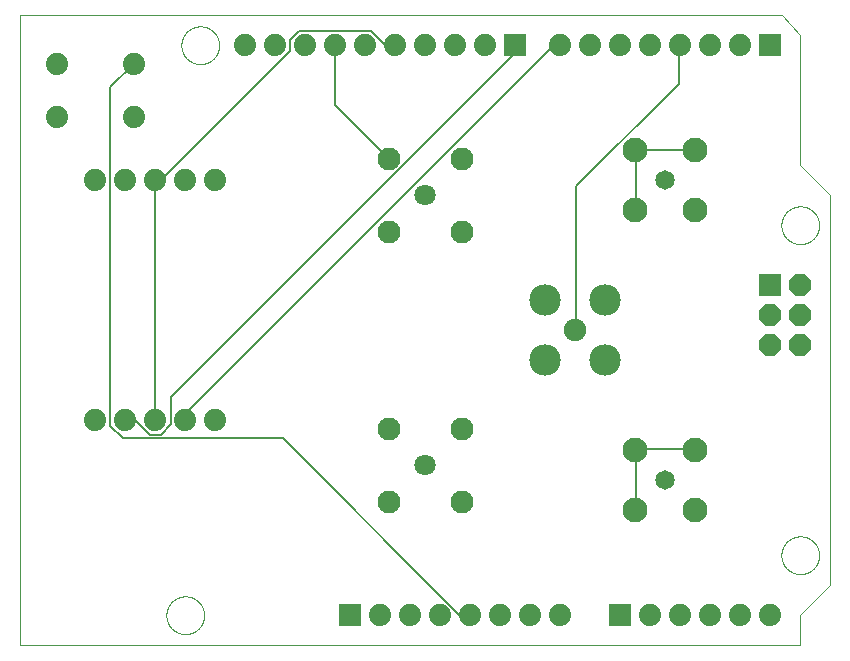
<source format=gbl>
G75*
%MOIN*%
%OFA0B0*%
%FSLAX25Y25*%
%IPPOS*%
%LPD*%
%AMOC8*
5,1,8,0,0,1.08239X$1,22.5*
%
%ADD10C,0.00000*%
%ADD11R,0.07400X0.07400*%
%ADD12C,0.07400*%
%ADD13R,0.07200X0.07200*%
%ADD14OC8,0.07200*%
%ADD15C,0.07087*%
%ADD16C,0.07677*%
%ADD17C,0.06496*%
%ADD18C,0.08268*%
%ADD19C,0.07500*%
%ADD20C,0.10500*%
%ADD21C,0.00600*%
D10*
X0001000Y0001000D02*
X0001000Y0211000D01*
X0255000Y0211000D01*
X0261000Y0204500D01*
X0261000Y0161000D01*
X0271000Y0151000D01*
X0271000Y0021000D01*
X0261000Y0011000D01*
X0261000Y0001000D01*
X0001000Y0001000D01*
X0049701Y0011000D02*
X0049703Y0011158D01*
X0049709Y0011316D01*
X0049719Y0011474D01*
X0049733Y0011632D01*
X0049751Y0011789D01*
X0049772Y0011946D01*
X0049798Y0012102D01*
X0049828Y0012258D01*
X0049861Y0012413D01*
X0049899Y0012566D01*
X0049940Y0012719D01*
X0049985Y0012871D01*
X0050034Y0013022D01*
X0050087Y0013171D01*
X0050143Y0013319D01*
X0050203Y0013465D01*
X0050267Y0013610D01*
X0050335Y0013753D01*
X0050406Y0013895D01*
X0050480Y0014035D01*
X0050558Y0014172D01*
X0050640Y0014308D01*
X0050724Y0014442D01*
X0050813Y0014573D01*
X0050904Y0014702D01*
X0050999Y0014829D01*
X0051096Y0014954D01*
X0051197Y0015076D01*
X0051301Y0015195D01*
X0051408Y0015312D01*
X0051518Y0015426D01*
X0051631Y0015537D01*
X0051746Y0015646D01*
X0051864Y0015751D01*
X0051985Y0015853D01*
X0052108Y0015953D01*
X0052234Y0016049D01*
X0052362Y0016142D01*
X0052492Y0016232D01*
X0052625Y0016318D01*
X0052760Y0016402D01*
X0052896Y0016481D01*
X0053035Y0016558D01*
X0053176Y0016630D01*
X0053318Y0016700D01*
X0053462Y0016765D01*
X0053608Y0016827D01*
X0053755Y0016885D01*
X0053904Y0016940D01*
X0054054Y0016991D01*
X0054205Y0017038D01*
X0054357Y0017081D01*
X0054510Y0017120D01*
X0054665Y0017156D01*
X0054820Y0017187D01*
X0054976Y0017215D01*
X0055132Y0017239D01*
X0055289Y0017259D01*
X0055447Y0017275D01*
X0055604Y0017287D01*
X0055763Y0017295D01*
X0055921Y0017299D01*
X0056079Y0017299D01*
X0056237Y0017295D01*
X0056396Y0017287D01*
X0056553Y0017275D01*
X0056711Y0017259D01*
X0056868Y0017239D01*
X0057024Y0017215D01*
X0057180Y0017187D01*
X0057335Y0017156D01*
X0057490Y0017120D01*
X0057643Y0017081D01*
X0057795Y0017038D01*
X0057946Y0016991D01*
X0058096Y0016940D01*
X0058245Y0016885D01*
X0058392Y0016827D01*
X0058538Y0016765D01*
X0058682Y0016700D01*
X0058824Y0016630D01*
X0058965Y0016558D01*
X0059104Y0016481D01*
X0059240Y0016402D01*
X0059375Y0016318D01*
X0059508Y0016232D01*
X0059638Y0016142D01*
X0059766Y0016049D01*
X0059892Y0015953D01*
X0060015Y0015853D01*
X0060136Y0015751D01*
X0060254Y0015646D01*
X0060369Y0015537D01*
X0060482Y0015426D01*
X0060592Y0015312D01*
X0060699Y0015195D01*
X0060803Y0015076D01*
X0060904Y0014954D01*
X0061001Y0014829D01*
X0061096Y0014702D01*
X0061187Y0014573D01*
X0061276Y0014442D01*
X0061360Y0014308D01*
X0061442Y0014172D01*
X0061520Y0014035D01*
X0061594Y0013895D01*
X0061665Y0013753D01*
X0061733Y0013610D01*
X0061797Y0013465D01*
X0061857Y0013319D01*
X0061913Y0013171D01*
X0061966Y0013022D01*
X0062015Y0012871D01*
X0062060Y0012719D01*
X0062101Y0012566D01*
X0062139Y0012413D01*
X0062172Y0012258D01*
X0062202Y0012102D01*
X0062228Y0011946D01*
X0062249Y0011789D01*
X0062267Y0011632D01*
X0062281Y0011474D01*
X0062291Y0011316D01*
X0062297Y0011158D01*
X0062299Y0011000D01*
X0062297Y0010842D01*
X0062291Y0010684D01*
X0062281Y0010526D01*
X0062267Y0010368D01*
X0062249Y0010211D01*
X0062228Y0010054D01*
X0062202Y0009898D01*
X0062172Y0009742D01*
X0062139Y0009587D01*
X0062101Y0009434D01*
X0062060Y0009281D01*
X0062015Y0009129D01*
X0061966Y0008978D01*
X0061913Y0008829D01*
X0061857Y0008681D01*
X0061797Y0008535D01*
X0061733Y0008390D01*
X0061665Y0008247D01*
X0061594Y0008105D01*
X0061520Y0007965D01*
X0061442Y0007828D01*
X0061360Y0007692D01*
X0061276Y0007558D01*
X0061187Y0007427D01*
X0061096Y0007298D01*
X0061001Y0007171D01*
X0060904Y0007046D01*
X0060803Y0006924D01*
X0060699Y0006805D01*
X0060592Y0006688D01*
X0060482Y0006574D01*
X0060369Y0006463D01*
X0060254Y0006354D01*
X0060136Y0006249D01*
X0060015Y0006147D01*
X0059892Y0006047D01*
X0059766Y0005951D01*
X0059638Y0005858D01*
X0059508Y0005768D01*
X0059375Y0005682D01*
X0059240Y0005598D01*
X0059104Y0005519D01*
X0058965Y0005442D01*
X0058824Y0005370D01*
X0058682Y0005300D01*
X0058538Y0005235D01*
X0058392Y0005173D01*
X0058245Y0005115D01*
X0058096Y0005060D01*
X0057946Y0005009D01*
X0057795Y0004962D01*
X0057643Y0004919D01*
X0057490Y0004880D01*
X0057335Y0004844D01*
X0057180Y0004813D01*
X0057024Y0004785D01*
X0056868Y0004761D01*
X0056711Y0004741D01*
X0056553Y0004725D01*
X0056396Y0004713D01*
X0056237Y0004705D01*
X0056079Y0004701D01*
X0055921Y0004701D01*
X0055763Y0004705D01*
X0055604Y0004713D01*
X0055447Y0004725D01*
X0055289Y0004741D01*
X0055132Y0004761D01*
X0054976Y0004785D01*
X0054820Y0004813D01*
X0054665Y0004844D01*
X0054510Y0004880D01*
X0054357Y0004919D01*
X0054205Y0004962D01*
X0054054Y0005009D01*
X0053904Y0005060D01*
X0053755Y0005115D01*
X0053608Y0005173D01*
X0053462Y0005235D01*
X0053318Y0005300D01*
X0053176Y0005370D01*
X0053035Y0005442D01*
X0052896Y0005519D01*
X0052760Y0005598D01*
X0052625Y0005682D01*
X0052492Y0005768D01*
X0052362Y0005858D01*
X0052234Y0005951D01*
X0052108Y0006047D01*
X0051985Y0006147D01*
X0051864Y0006249D01*
X0051746Y0006354D01*
X0051631Y0006463D01*
X0051518Y0006574D01*
X0051408Y0006688D01*
X0051301Y0006805D01*
X0051197Y0006924D01*
X0051096Y0007046D01*
X0050999Y0007171D01*
X0050904Y0007298D01*
X0050813Y0007427D01*
X0050724Y0007558D01*
X0050640Y0007692D01*
X0050558Y0007828D01*
X0050480Y0007965D01*
X0050406Y0008105D01*
X0050335Y0008247D01*
X0050267Y0008390D01*
X0050203Y0008535D01*
X0050143Y0008681D01*
X0050087Y0008829D01*
X0050034Y0008978D01*
X0049985Y0009129D01*
X0049940Y0009281D01*
X0049899Y0009434D01*
X0049861Y0009587D01*
X0049828Y0009742D01*
X0049798Y0009898D01*
X0049772Y0010054D01*
X0049751Y0010211D01*
X0049733Y0010368D01*
X0049719Y0010526D01*
X0049709Y0010684D01*
X0049703Y0010842D01*
X0049701Y0011000D01*
X0254701Y0031000D02*
X0254703Y0031158D01*
X0254709Y0031316D01*
X0254719Y0031474D01*
X0254733Y0031632D01*
X0254751Y0031789D01*
X0254772Y0031946D01*
X0254798Y0032102D01*
X0254828Y0032258D01*
X0254861Y0032413D01*
X0254899Y0032566D01*
X0254940Y0032719D01*
X0254985Y0032871D01*
X0255034Y0033022D01*
X0255087Y0033171D01*
X0255143Y0033319D01*
X0255203Y0033465D01*
X0255267Y0033610D01*
X0255335Y0033753D01*
X0255406Y0033895D01*
X0255480Y0034035D01*
X0255558Y0034172D01*
X0255640Y0034308D01*
X0255724Y0034442D01*
X0255813Y0034573D01*
X0255904Y0034702D01*
X0255999Y0034829D01*
X0256096Y0034954D01*
X0256197Y0035076D01*
X0256301Y0035195D01*
X0256408Y0035312D01*
X0256518Y0035426D01*
X0256631Y0035537D01*
X0256746Y0035646D01*
X0256864Y0035751D01*
X0256985Y0035853D01*
X0257108Y0035953D01*
X0257234Y0036049D01*
X0257362Y0036142D01*
X0257492Y0036232D01*
X0257625Y0036318D01*
X0257760Y0036402D01*
X0257896Y0036481D01*
X0258035Y0036558D01*
X0258176Y0036630D01*
X0258318Y0036700D01*
X0258462Y0036765D01*
X0258608Y0036827D01*
X0258755Y0036885D01*
X0258904Y0036940D01*
X0259054Y0036991D01*
X0259205Y0037038D01*
X0259357Y0037081D01*
X0259510Y0037120D01*
X0259665Y0037156D01*
X0259820Y0037187D01*
X0259976Y0037215D01*
X0260132Y0037239D01*
X0260289Y0037259D01*
X0260447Y0037275D01*
X0260604Y0037287D01*
X0260763Y0037295D01*
X0260921Y0037299D01*
X0261079Y0037299D01*
X0261237Y0037295D01*
X0261396Y0037287D01*
X0261553Y0037275D01*
X0261711Y0037259D01*
X0261868Y0037239D01*
X0262024Y0037215D01*
X0262180Y0037187D01*
X0262335Y0037156D01*
X0262490Y0037120D01*
X0262643Y0037081D01*
X0262795Y0037038D01*
X0262946Y0036991D01*
X0263096Y0036940D01*
X0263245Y0036885D01*
X0263392Y0036827D01*
X0263538Y0036765D01*
X0263682Y0036700D01*
X0263824Y0036630D01*
X0263965Y0036558D01*
X0264104Y0036481D01*
X0264240Y0036402D01*
X0264375Y0036318D01*
X0264508Y0036232D01*
X0264638Y0036142D01*
X0264766Y0036049D01*
X0264892Y0035953D01*
X0265015Y0035853D01*
X0265136Y0035751D01*
X0265254Y0035646D01*
X0265369Y0035537D01*
X0265482Y0035426D01*
X0265592Y0035312D01*
X0265699Y0035195D01*
X0265803Y0035076D01*
X0265904Y0034954D01*
X0266001Y0034829D01*
X0266096Y0034702D01*
X0266187Y0034573D01*
X0266276Y0034442D01*
X0266360Y0034308D01*
X0266442Y0034172D01*
X0266520Y0034035D01*
X0266594Y0033895D01*
X0266665Y0033753D01*
X0266733Y0033610D01*
X0266797Y0033465D01*
X0266857Y0033319D01*
X0266913Y0033171D01*
X0266966Y0033022D01*
X0267015Y0032871D01*
X0267060Y0032719D01*
X0267101Y0032566D01*
X0267139Y0032413D01*
X0267172Y0032258D01*
X0267202Y0032102D01*
X0267228Y0031946D01*
X0267249Y0031789D01*
X0267267Y0031632D01*
X0267281Y0031474D01*
X0267291Y0031316D01*
X0267297Y0031158D01*
X0267299Y0031000D01*
X0267297Y0030842D01*
X0267291Y0030684D01*
X0267281Y0030526D01*
X0267267Y0030368D01*
X0267249Y0030211D01*
X0267228Y0030054D01*
X0267202Y0029898D01*
X0267172Y0029742D01*
X0267139Y0029587D01*
X0267101Y0029434D01*
X0267060Y0029281D01*
X0267015Y0029129D01*
X0266966Y0028978D01*
X0266913Y0028829D01*
X0266857Y0028681D01*
X0266797Y0028535D01*
X0266733Y0028390D01*
X0266665Y0028247D01*
X0266594Y0028105D01*
X0266520Y0027965D01*
X0266442Y0027828D01*
X0266360Y0027692D01*
X0266276Y0027558D01*
X0266187Y0027427D01*
X0266096Y0027298D01*
X0266001Y0027171D01*
X0265904Y0027046D01*
X0265803Y0026924D01*
X0265699Y0026805D01*
X0265592Y0026688D01*
X0265482Y0026574D01*
X0265369Y0026463D01*
X0265254Y0026354D01*
X0265136Y0026249D01*
X0265015Y0026147D01*
X0264892Y0026047D01*
X0264766Y0025951D01*
X0264638Y0025858D01*
X0264508Y0025768D01*
X0264375Y0025682D01*
X0264240Y0025598D01*
X0264104Y0025519D01*
X0263965Y0025442D01*
X0263824Y0025370D01*
X0263682Y0025300D01*
X0263538Y0025235D01*
X0263392Y0025173D01*
X0263245Y0025115D01*
X0263096Y0025060D01*
X0262946Y0025009D01*
X0262795Y0024962D01*
X0262643Y0024919D01*
X0262490Y0024880D01*
X0262335Y0024844D01*
X0262180Y0024813D01*
X0262024Y0024785D01*
X0261868Y0024761D01*
X0261711Y0024741D01*
X0261553Y0024725D01*
X0261396Y0024713D01*
X0261237Y0024705D01*
X0261079Y0024701D01*
X0260921Y0024701D01*
X0260763Y0024705D01*
X0260604Y0024713D01*
X0260447Y0024725D01*
X0260289Y0024741D01*
X0260132Y0024761D01*
X0259976Y0024785D01*
X0259820Y0024813D01*
X0259665Y0024844D01*
X0259510Y0024880D01*
X0259357Y0024919D01*
X0259205Y0024962D01*
X0259054Y0025009D01*
X0258904Y0025060D01*
X0258755Y0025115D01*
X0258608Y0025173D01*
X0258462Y0025235D01*
X0258318Y0025300D01*
X0258176Y0025370D01*
X0258035Y0025442D01*
X0257896Y0025519D01*
X0257760Y0025598D01*
X0257625Y0025682D01*
X0257492Y0025768D01*
X0257362Y0025858D01*
X0257234Y0025951D01*
X0257108Y0026047D01*
X0256985Y0026147D01*
X0256864Y0026249D01*
X0256746Y0026354D01*
X0256631Y0026463D01*
X0256518Y0026574D01*
X0256408Y0026688D01*
X0256301Y0026805D01*
X0256197Y0026924D01*
X0256096Y0027046D01*
X0255999Y0027171D01*
X0255904Y0027298D01*
X0255813Y0027427D01*
X0255724Y0027558D01*
X0255640Y0027692D01*
X0255558Y0027828D01*
X0255480Y0027965D01*
X0255406Y0028105D01*
X0255335Y0028247D01*
X0255267Y0028390D01*
X0255203Y0028535D01*
X0255143Y0028681D01*
X0255087Y0028829D01*
X0255034Y0028978D01*
X0254985Y0029129D01*
X0254940Y0029281D01*
X0254899Y0029434D01*
X0254861Y0029587D01*
X0254828Y0029742D01*
X0254798Y0029898D01*
X0254772Y0030054D01*
X0254751Y0030211D01*
X0254733Y0030368D01*
X0254719Y0030526D01*
X0254709Y0030684D01*
X0254703Y0030842D01*
X0254701Y0031000D01*
X0254701Y0141000D02*
X0254703Y0141158D01*
X0254709Y0141316D01*
X0254719Y0141474D01*
X0254733Y0141632D01*
X0254751Y0141789D01*
X0254772Y0141946D01*
X0254798Y0142102D01*
X0254828Y0142258D01*
X0254861Y0142413D01*
X0254899Y0142566D01*
X0254940Y0142719D01*
X0254985Y0142871D01*
X0255034Y0143022D01*
X0255087Y0143171D01*
X0255143Y0143319D01*
X0255203Y0143465D01*
X0255267Y0143610D01*
X0255335Y0143753D01*
X0255406Y0143895D01*
X0255480Y0144035D01*
X0255558Y0144172D01*
X0255640Y0144308D01*
X0255724Y0144442D01*
X0255813Y0144573D01*
X0255904Y0144702D01*
X0255999Y0144829D01*
X0256096Y0144954D01*
X0256197Y0145076D01*
X0256301Y0145195D01*
X0256408Y0145312D01*
X0256518Y0145426D01*
X0256631Y0145537D01*
X0256746Y0145646D01*
X0256864Y0145751D01*
X0256985Y0145853D01*
X0257108Y0145953D01*
X0257234Y0146049D01*
X0257362Y0146142D01*
X0257492Y0146232D01*
X0257625Y0146318D01*
X0257760Y0146402D01*
X0257896Y0146481D01*
X0258035Y0146558D01*
X0258176Y0146630D01*
X0258318Y0146700D01*
X0258462Y0146765D01*
X0258608Y0146827D01*
X0258755Y0146885D01*
X0258904Y0146940D01*
X0259054Y0146991D01*
X0259205Y0147038D01*
X0259357Y0147081D01*
X0259510Y0147120D01*
X0259665Y0147156D01*
X0259820Y0147187D01*
X0259976Y0147215D01*
X0260132Y0147239D01*
X0260289Y0147259D01*
X0260447Y0147275D01*
X0260604Y0147287D01*
X0260763Y0147295D01*
X0260921Y0147299D01*
X0261079Y0147299D01*
X0261237Y0147295D01*
X0261396Y0147287D01*
X0261553Y0147275D01*
X0261711Y0147259D01*
X0261868Y0147239D01*
X0262024Y0147215D01*
X0262180Y0147187D01*
X0262335Y0147156D01*
X0262490Y0147120D01*
X0262643Y0147081D01*
X0262795Y0147038D01*
X0262946Y0146991D01*
X0263096Y0146940D01*
X0263245Y0146885D01*
X0263392Y0146827D01*
X0263538Y0146765D01*
X0263682Y0146700D01*
X0263824Y0146630D01*
X0263965Y0146558D01*
X0264104Y0146481D01*
X0264240Y0146402D01*
X0264375Y0146318D01*
X0264508Y0146232D01*
X0264638Y0146142D01*
X0264766Y0146049D01*
X0264892Y0145953D01*
X0265015Y0145853D01*
X0265136Y0145751D01*
X0265254Y0145646D01*
X0265369Y0145537D01*
X0265482Y0145426D01*
X0265592Y0145312D01*
X0265699Y0145195D01*
X0265803Y0145076D01*
X0265904Y0144954D01*
X0266001Y0144829D01*
X0266096Y0144702D01*
X0266187Y0144573D01*
X0266276Y0144442D01*
X0266360Y0144308D01*
X0266442Y0144172D01*
X0266520Y0144035D01*
X0266594Y0143895D01*
X0266665Y0143753D01*
X0266733Y0143610D01*
X0266797Y0143465D01*
X0266857Y0143319D01*
X0266913Y0143171D01*
X0266966Y0143022D01*
X0267015Y0142871D01*
X0267060Y0142719D01*
X0267101Y0142566D01*
X0267139Y0142413D01*
X0267172Y0142258D01*
X0267202Y0142102D01*
X0267228Y0141946D01*
X0267249Y0141789D01*
X0267267Y0141632D01*
X0267281Y0141474D01*
X0267291Y0141316D01*
X0267297Y0141158D01*
X0267299Y0141000D01*
X0267297Y0140842D01*
X0267291Y0140684D01*
X0267281Y0140526D01*
X0267267Y0140368D01*
X0267249Y0140211D01*
X0267228Y0140054D01*
X0267202Y0139898D01*
X0267172Y0139742D01*
X0267139Y0139587D01*
X0267101Y0139434D01*
X0267060Y0139281D01*
X0267015Y0139129D01*
X0266966Y0138978D01*
X0266913Y0138829D01*
X0266857Y0138681D01*
X0266797Y0138535D01*
X0266733Y0138390D01*
X0266665Y0138247D01*
X0266594Y0138105D01*
X0266520Y0137965D01*
X0266442Y0137828D01*
X0266360Y0137692D01*
X0266276Y0137558D01*
X0266187Y0137427D01*
X0266096Y0137298D01*
X0266001Y0137171D01*
X0265904Y0137046D01*
X0265803Y0136924D01*
X0265699Y0136805D01*
X0265592Y0136688D01*
X0265482Y0136574D01*
X0265369Y0136463D01*
X0265254Y0136354D01*
X0265136Y0136249D01*
X0265015Y0136147D01*
X0264892Y0136047D01*
X0264766Y0135951D01*
X0264638Y0135858D01*
X0264508Y0135768D01*
X0264375Y0135682D01*
X0264240Y0135598D01*
X0264104Y0135519D01*
X0263965Y0135442D01*
X0263824Y0135370D01*
X0263682Y0135300D01*
X0263538Y0135235D01*
X0263392Y0135173D01*
X0263245Y0135115D01*
X0263096Y0135060D01*
X0262946Y0135009D01*
X0262795Y0134962D01*
X0262643Y0134919D01*
X0262490Y0134880D01*
X0262335Y0134844D01*
X0262180Y0134813D01*
X0262024Y0134785D01*
X0261868Y0134761D01*
X0261711Y0134741D01*
X0261553Y0134725D01*
X0261396Y0134713D01*
X0261237Y0134705D01*
X0261079Y0134701D01*
X0260921Y0134701D01*
X0260763Y0134705D01*
X0260604Y0134713D01*
X0260447Y0134725D01*
X0260289Y0134741D01*
X0260132Y0134761D01*
X0259976Y0134785D01*
X0259820Y0134813D01*
X0259665Y0134844D01*
X0259510Y0134880D01*
X0259357Y0134919D01*
X0259205Y0134962D01*
X0259054Y0135009D01*
X0258904Y0135060D01*
X0258755Y0135115D01*
X0258608Y0135173D01*
X0258462Y0135235D01*
X0258318Y0135300D01*
X0258176Y0135370D01*
X0258035Y0135442D01*
X0257896Y0135519D01*
X0257760Y0135598D01*
X0257625Y0135682D01*
X0257492Y0135768D01*
X0257362Y0135858D01*
X0257234Y0135951D01*
X0257108Y0136047D01*
X0256985Y0136147D01*
X0256864Y0136249D01*
X0256746Y0136354D01*
X0256631Y0136463D01*
X0256518Y0136574D01*
X0256408Y0136688D01*
X0256301Y0136805D01*
X0256197Y0136924D01*
X0256096Y0137046D01*
X0255999Y0137171D01*
X0255904Y0137298D01*
X0255813Y0137427D01*
X0255724Y0137558D01*
X0255640Y0137692D01*
X0255558Y0137828D01*
X0255480Y0137965D01*
X0255406Y0138105D01*
X0255335Y0138247D01*
X0255267Y0138390D01*
X0255203Y0138535D01*
X0255143Y0138681D01*
X0255087Y0138829D01*
X0255034Y0138978D01*
X0254985Y0139129D01*
X0254940Y0139281D01*
X0254899Y0139434D01*
X0254861Y0139587D01*
X0254828Y0139742D01*
X0254798Y0139898D01*
X0254772Y0140054D01*
X0254751Y0140211D01*
X0254733Y0140368D01*
X0254719Y0140526D01*
X0254709Y0140684D01*
X0254703Y0140842D01*
X0254701Y0141000D01*
X0054701Y0201000D02*
X0054703Y0201158D01*
X0054709Y0201316D01*
X0054719Y0201474D01*
X0054733Y0201632D01*
X0054751Y0201789D01*
X0054772Y0201946D01*
X0054798Y0202102D01*
X0054828Y0202258D01*
X0054861Y0202413D01*
X0054899Y0202566D01*
X0054940Y0202719D01*
X0054985Y0202871D01*
X0055034Y0203022D01*
X0055087Y0203171D01*
X0055143Y0203319D01*
X0055203Y0203465D01*
X0055267Y0203610D01*
X0055335Y0203753D01*
X0055406Y0203895D01*
X0055480Y0204035D01*
X0055558Y0204172D01*
X0055640Y0204308D01*
X0055724Y0204442D01*
X0055813Y0204573D01*
X0055904Y0204702D01*
X0055999Y0204829D01*
X0056096Y0204954D01*
X0056197Y0205076D01*
X0056301Y0205195D01*
X0056408Y0205312D01*
X0056518Y0205426D01*
X0056631Y0205537D01*
X0056746Y0205646D01*
X0056864Y0205751D01*
X0056985Y0205853D01*
X0057108Y0205953D01*
X0057234Y0206049D01*
X0057362Y0206142D01*
X0057492Y0206232D01*
X0057625Y0206318D01*
X0057760Y0206402D01*
X0057896Y0206481D01*
X0058035Y0206558D01*
X0058176Y0206630D01*
X0058318Y0206700D01*
X0058462Y0206765D01*
X0058608Y0206827D01*
X0058755Y0206885D01*
X0058904Y0206940D01*
X0059054Y0206991D01*
X0059205Y0207038D01*
X0059357Y0207081D01*
X0059510Y0207120D01*
X0059665Y0207156D01*
X0059820Y0207187D01*
X0059976Y0207215D01*
X0060132Y0207239D01*
X0060289Y0207259D01*
X0060447Y0207275D01*
X0060604Y0207287D01*
X0060763Y0207295D01*
X0060921Y0207299D01*
X0061079Y0207299D01*
X0061237Y0207295D01*
X0061396Y0207287D01*
X0061553Y0207275D01*
X0061711Y0207259D01*
X0061868Y0207239D01*
X0062024Y0207215D01*
X0062180Y0207187D01*
X0062335Y0207156D01*
X0062490Y0207120D01*
X0062643Y0207081D01*
X0062795Y0207038D01*
X0062946Y0206991D01*
X0063096Y0206940D01*
X0063245Y0206885D01*
X0063392Y0206827D01*
X0063538Y0206765D01*
X0063682Y0206700D01*
X0063824Y0206630D01*
X0063965Y0206558D01*
X0064104Y0206481D01*
X0064240Y0206402D01*
X0064375Y0206318D01*
X0064508Y0206232D01*
X0064638Y0206142D01*
X0064766Y0206049D01*
X0064892Y0205953D01*
X0065015Y0205853D01*
X0065136Y0205751D01*
X0065254Y0205646D01*
X0065369Y0205537D01*
X0065482Y0205426D01*
X0065592Y0205312D01*
X0065699Y0205195D01*
X0065803Y0205076D01*
X0065904Y0204954D01*
X0066001Y0204829D01*
X0066096Y0204702D01*
X0066187Y0204573D01*
X0066276Y0204442D01*
X0066360Y0204308D01*
X0066442Y0204172D01*
X0066520Y0204035D01*
X0066594Y0203895D01*
X0066665Y0203753D01*
X0066733Y0203610D01*
X0066797Y0203465D01*
X0066857Y0203319D01*
X0066913Y0203171D01*
X0066966Y0203022D01*
X0067015Y0202871D01*
X0067060Y0202719D01*
X0067101Y0202566D01*
X0067139Y0202413D01*
X0067172Y0202258D01*
X0067202Y0202102D01*
X0067228Y0201946D01*
X0067249Y0201789D01*
X0067267Y0201632D01*
X0067281Y0201474D01*
X0067291Y0201316D01*
X0067297Y0201158D01*
X0067299Y0201000D01*
X0067297Y0200842D01*
X0067291Y0200684D01*
X0067281Y0200526D01*
X0067267Y0200368D01*
X0067249Y0200211D01*
X0067228Y0200054D01*
X0067202Y0199898D01*
X0067172Y0199742D01*
X0067139Y0199587D01*
X0067101Y0199434D01*
X0067060Y0199281D01*
X0067015Y0199129D01*
X0066966Y0198978D01*
X0066913Y0198829D01*
X0066857Y0198681D01*
X0066797Y0198535D01*
X0066733Y0198390D01*
X0066665Y0198247D01*
X0066594Y0198105D01*
X0066520Y0197965D01*
X0066442Y0197828D01*
X0066360Y0197692D01*
X0066276Y0197558D01*
X0066187Y0197427D01*
X0066096Y0197298D01*
X0066001Y0197171D01*
X0065904Y0197046D01*
X0065803Y0196924D01*
X0065699Y0196805D01*
X0065592Y0196688D01*
X0065482Y0196574D01*
X0065369Y0196463D01*
X0065254Y0196354D01*
X0065136Y0196249D01*
X0065015Y0196147D01*
X0064892Y0196047D01*
X0064766Y0195951D01*
X0064638Y0195858D01*
X0064508Y0195768D01*
X0064375Y0195682D01*
X0064240Y0195598D01*
X0064104Y0195519D01*
X0063965Y0195442D01*
X0063824Y0195370D01*
X0063682Y0195300D01*
X0063538Y0195235D01*
X0063392Y0195173D01*
X0063245Y0195115D01*
X0063096Y0195060D01*
X0062946Y0195009D01*
X0062795Y0194962D01*
X0062643Y0194919D01*
X0062490Y0194880D01*
X0062335Y0194844D01*
X0062180Y0194813D01*
X0062024Y0194785D01*
X0061868Y0194761D01*
X0061711Y0194741D01*
X0061553Y0194725D01*
X0061396Y0194713D01*
X0061237Y0194705D01*
X0061079Y0194701D01*
X0060921Y0194701D01*
X0060763Y0194705D01*
X0060604Y0194713D01*
X0060447Y0194725D01*
X0060289Y0194741D01*
X0060132Y0194761D01*
X0059976Y0194785D01*
X0059820Y0194813D01*
X0059665Y0194844D01*
X0059510Y0194880D01*
X0059357Y0194919D01*
X0059205Y0194962D01*
X0059054Y0195009D01*
X0058904Y0195060D01*
X0058755Y0195115D01*
X0058608Y0195173D01*
X0058462Y0195235D01*
X0058318Y0195300D01*
X0058176Y0195370D01*
X0058035Y0195442D01*
X0057896Y0195519D01*
X0057760Y0195598D01*
X0057625Y0195682D01*
X0057492Y0195768D01*
X0057362Y0195858D01*
X0057234Y0195951D01*
X0057108Y0196047D01*
X0056985Y0196147D01*
X0056864Y0196249D01*
X0056746Y0196354D01*
X0056631Y0196463D01*
X0056518Y0196574D01*
X0056408Y0196688D01*
X0056301Y0196805D01*
X0056197Y0196924D01*
X0056096Y0197046D01*
X0055999Y0197171D01*
X0055904Y0197298D01*
X0055813Y0197427D01*
X0055724Y0197558D01*
X0055640Y0197692D01*
X0055558Y0197828D01*
X0055480Y0197965D01*
X0055406Y0198105D01*
X0055335Y0198247D01*
X0055267Y0198390D01*
X0055203Y0198535D01*
X0055143Y0198681D01*
X0055087Y0198829D01*
X0055034Y0198978D01*
X0054985Y0199129D01*
X0054940Y0199281D01*
X0054899Y0199434D01*
X0054861Y0199587D01*
X0054828Y0199742D01*
X0054798Y0199898D01*
X0054772Y0200054D01*
X0054751Y0200211D01*
X0054733Y0200368D01*
X0054719Y0200526D01*
X0054709Y0200684D01*
X0054703Y0200842D01*
X0054701Y0201000D01*
D11*
X0166000Y0201000D03*
X0251000Y0201000D03*
X0201000Y0011000D03*
X0111000Y0011000D03*
D12*
X0121000Y0011000D03*
X0131000Y0011000D03*
X0141000Y0011000D03*
X0151000Y0011000D03*
X0161000Y0011000D03*
X0171000Y0011000D03*
X0181000Y0011000D03*
X0211000Y0011000D03*
X0221000Y0011000D03*
X0231000Y0011000D03*
X0241000Y0011000D03*
X0251000Y0011000D03*
X0066000Y0076000D03*
X0056000Y0076000D03*
X0046000Y0076000D03*
X0036000Y0076000D03*
X0026000Y0076000D03*
X0026000Y0156000D03*
X0036000Y0156000D03*
X0046000Y0156000D03*
X0056000Y0156000D03*
X0066000Y0156000D03*
X0038800Y0177100D03*
X0038800Y0194900D03*
X0013200Y0194900D03*
X0013200Y0177100D03*
X0076000Y0201000D03*
X0086000Y0201000D03*
X0096000Y0201000D03*
X0106000Y0201000D03*
X0116000Y0201000D03*
X0126000Y0201000D03*
X0136000Y0201000D03*
X0146000Y0201000D03*
X0156000Y0201000D03*
X0181000Y0201000D03*
X0191000Y0201000D03*
X0201000Y0201000D03*
X0211000Y0201000D03*
X0221000Y0201000D03*
X0231000Y0201000D03*
X0241000Y0201000D03*
D13*
X0251000Y0121000D03*
D14*
X0261000Y0121000D03*
X0261000Y0111000D03*
X0251000Y0111000D03*
X0251000Y0101000D03*
X0261000Y0101000D03*
D15*
X0136000Y0061000D03*
X0136000Y0151000D03*
D16*
X0123800Y0138800D03*
X0148200Y0138800D03*
X0148200Y0163200D03*
X0123800Y0163200D03*
X0123800Y0073200D03*
X0148200Y0073200D03*
X0148200Y0048800D03*
X0123800Y0048800D03*
D17*
X0216000Y0056000D03*
X0216000Y0156000D03*
D18*
X0206000Y0166000D03*
X0226000Y0166000D03*
X0226000Y0146000D03*
X0206000Y0146000D03*
X0206000Y0066000D03*
X0226000Y0066000D03*
X0226000Y0046000D03*
X0206000Y0046000D03*
D19*
X0186000Y0106000D03*
D20*
X0175961Y0095961D03*
X0196039Y0095961D03*
X0196039Y0116039D03*
X0175961Y0116039D03*
D21*
X0186000Y0106000D02*
X0186400Y0106000D01*
X0186400Y0154000D01*
X0220600Y0188200D01*
X0220600Y0200800D01*
X0221000Y0201000D01*
X0181000Y0200800D02*
X0181000Y0201000D01*
X0181000Y0200800D02*
X0178600Y0200800D01*
X0056200Y0078400D01*
X0056200Y0076000D01*
X0056000Y0076000D01*
X0051400Y0074800D02*
X0051400Y0083800D01*
X0166000Y0198400D01*
X0166000Y0201000D01*
X0126000Y0201000D02*
X0125800Y0201400D01*
X0122200Y0201400D01*
X0118000Y0205600D01*
X0094000Y0205600D01*
X0091000Y0202600D01*
X0091000Y0199000D01*
X0048400Y0156400D01*
X0046000Y0156400D01*
X0046000Y0156000D01*
X0046000Y0076000D01*
X0047800Y0071200D02*
X0051400Y0074800D01*
X0047800Y0071200D02*
X0044200Y0071200D01*
X0039400Y0076000D01*
X0036000Y0076000D01*
X0031000Y0074200D02*
X0031000Y0187000D01*
X0038800Y0194800D01*
X0038800Y0194900D01*
X0106000Y0201000D02*
X0106000Y0181000D01*
X0123800Y0163200D01*
X0206000Y0166000D02*
X0206200Y0166000D01*
X0206200Y0146200D01*
X0206000Y0146000D01*
X0206200Y0166000D02*
X0226000Y0166000D01*
X0226000Y0066400D02*
X0206200Y0066400D01*
X0206000Y0066000D01*
X0206200Y0065800D01*
X0206200Y0046000D01*
X0206000Y0046000D01*
X0226000Y0066000D02*
X0226000Y0066400D01*
X0151000Y0011200D02*
X0151000Y0011000D01*
X0151000Y0011200D02*
X0147400Y0011200D01*
X0088600Y0070000D01*
X0035200Y0070000D01*
X0031000Y0074200D01*
M02*

</source>
